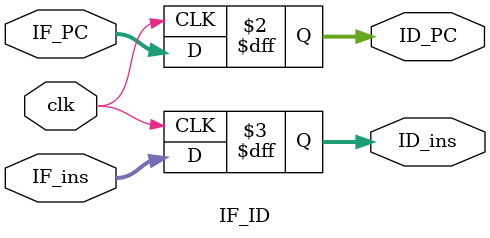
<source format=v>
module IF_ID (clk, IF_PC, IF_ins, ID_PC, ID_ins);
    
    input  clk;

    input  [31:0] IF_PC;
    input  [31:0] IF_ins;
    
    output reg [31:0] ID_PC;
    output reg [31:0] ID_ins;

    always @(posedge clk) begin
        ID_PC <= IF_PC;
        ID_ins <= IF_ins;
    end

endmodule //IF_ID
</source>
